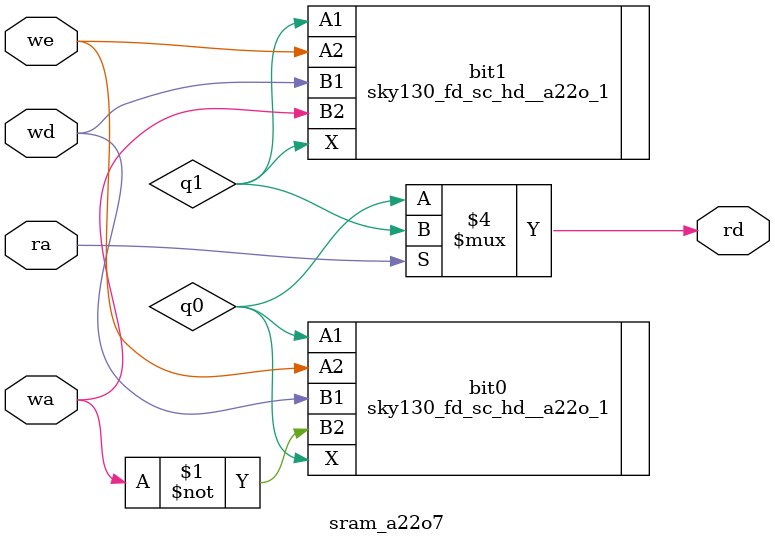
<source format=v>
/*
 * Copyright (c) 2024 Tommy Thorn
 * SPDX-License-Identifier: Apache-2.0
 */

`default_nettype none

module tt_um_tommythorn_tt09_sram (
    input  wire [7:0] ui_in,    // Dedicated inputs
    output wire [7:0] uo_out,   // Dedicated outputs
    input  wire [7:0] uio_in,   // IOs: Input path
    output wire [7:0] uio_out,  // IOs: Output path
    output wire [7:0] uio_oe,   // IOs: Enable path (active high: 0=input, 1=output)
    input  wire       ena,      // always 1 when the design is powered, so you can ignore it
    input  wire       clk,      // clock
    input  wire       rst_n     // reset_n - low to reset
);

  // All output pins must be assigned. If not used, assign to 0.
  assign uio_out = 0;
  assign uio_oe  = 0;

   // sram_latch sram_inst
   // sram_mux sram_inst
   sram_a22o7 sram_inst
     (.wa(ui_in[0]),
      .we(ui_in[1]),
      .wd(ui_in[2]),
      .ra(ui_in[3]),
      .rd(uo_out[0]));

  // List all unused inputs to prevent warnings
  wire _unused = &{ena, clk, rst_n, 1'b0};
endmodule

module sram_latch12
  (input wire  wa,
   input wire  we,
   input wire  wd,
   input wire  ra,
   output wire rd);

   reg	       mem[1:0];

`ifdef verilator
   always_latch @* if (we) mem[wa] = wd;
`else
   always @* if (we) mem[wa] = wd;
`endif
   assign rd = mem[ra];
endmodule

module sram_mux9
  (input wire  wa,
   input wire  we,
   input wire  wd,
   input wire  ra,
   output wire rd);

   wire	       q0, q1;
   sky130_fd_sc_hd__mux2_1 mux0 (.X(q0), .A0(q0), .A1(wd), .S(we && wa == 0));
   sky130_fd_sc_hd__mux2_1 mux1 (.X(q1), .A0(q1), .A1(wd), .S(we && wa == 1));
   assign rd = ra == 0 ? q0 : q1;
endmodule

module sram_a22o7
  (input wire  wa,
   input wire  we,
   input wire  wd,
   input wire  ra,
   output wire rd);

   wire	       q0, q1;
   sky130_fd_sc_hd__a22o_1 bit0( .X(q0), .A1(q0), .A2(we), .B1(wd), .B2(wa == 0));
   sky130_fd_sc_hd__a22o_1 bit1( .X(q1), .A1(q1), .A2(we), .B1(wd), .B2(wa == 1));
   assign rd = ra == 0 ? q0 : q1;
endmodule


</source>
